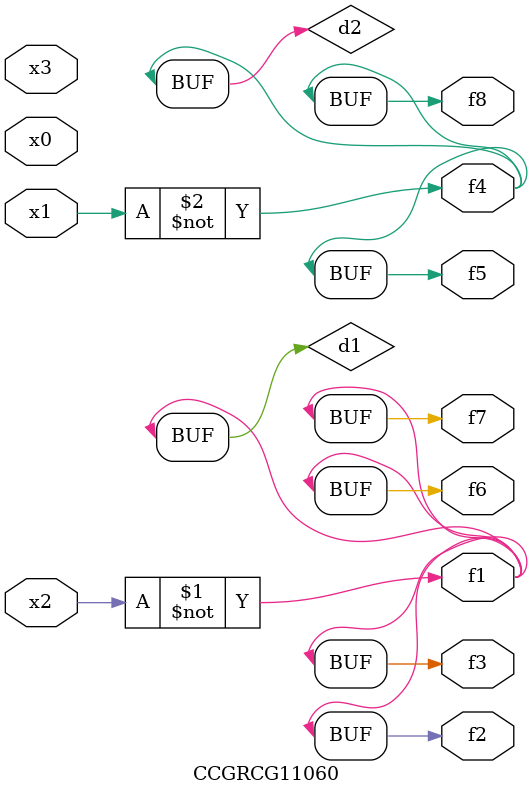
<source format=v>
module CCGRCG11060(
	input x0, x1, x2, x3,
	output f1, f2, f3, f4, f5, f6, f7, f8
);

	wire d1, d2;

	xnor (d1, x2);
	not (d2, x1);
	assign f1 = d1;
	assign f2 = d1;
	assign f3 = d1;
	assign f4 = d2;
	assign f5 = d2;
	assign f6 = d1;
	assign f7 = d1;
	assign f8 = d2;
endmodule

</source>
